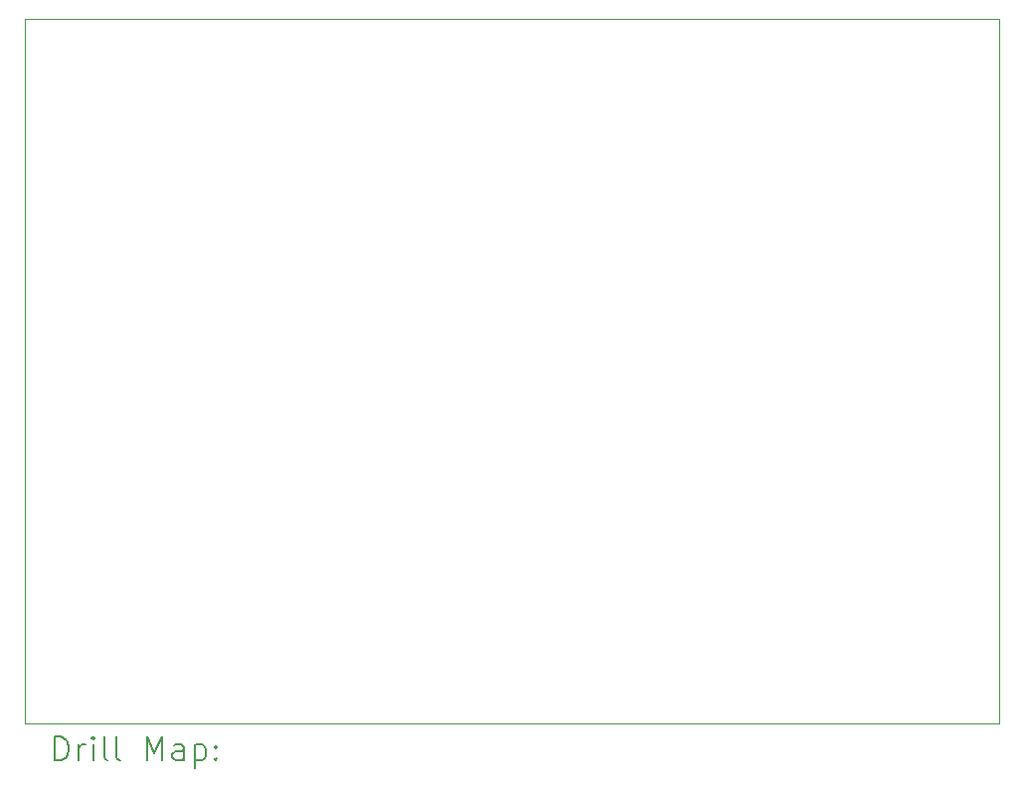
<source format=gbr>
%TF.GenerationSoftware,KiCad,Pcbnew,7.0.9*%
%TF.CreationDate,2023-11-29T22:58:18+01:00*%
%TF.ProjectId,vfo-do,76666f2d-646f-42e6-9b69-6361645f7063,rev?*%
%TF.SameCoordinates,Original*%
%TF.FileFunction,Drillmap*%
%TF.FilePolarity,Positive*%
%FSLAX45Y45*%
G04 Gerber Fmt 4.5, Leading zero omitted, Abs format (unit mm)*
G04 Created by KiCad (PCBNEW 7.0.9) date 2023-11-29 22:58:18*
%MOMM*%
%LPD*%
G01*
G04 APERTURE LIST*
%ADD10C,0.100000*%
%ADD11C,0.200000*%
G04 APERTURE END LIST*
D10*
X8300000Y-5600000D02*
X16600000Y-5600000D01*
X16600000Y-11600000D01*
X8300000Y-11600000D01*
X8300000Y-5600000D01*
D11*
X8555777Y-11916484D02*
X8555777Y-11716484D01*
X8555777Y-11716484D02*
X8603396Y-11716484D01*
X8603396Y-11716484D02*
X8631967Y-11726008D01*
X8631967Y-11726008D02*
X8651015Y-11745055D01*
X8651015Y-11745055D02*
X8660539Y-11764103D01*
X8660539Y-11764103D02*
X8670063Y-11802198D01*
X8670063Y-11802198D02*
X8670063Y-11830769D01*
X8670063Y-11830769D02*
X8660539Y-11868865D01*
X8660539Y-11868865D02*
X8651015Y-11887912D01*
X8651015Y-11887912D02*
X8631967Y-11906960D01*
X8631967Y-11906960D02*
X8603396Y-11916484D01*
X8603396Y-11916484D02*
X8555777Y-11916484D01*
X8755777Y-11916484D02*
X8755777Y-11783150D01*
X8755777Y-11821246D02*
X8765301Y-11802198D01*
X8765301Y-11802198D02*
X8774824Y-11792674D01*
X8774824Y-11792674D02*
X8793872Y-11783150D01*
X8793872Y-11783150D02*
X8812920Y-11783150D01*
X8879586Y-11916484D02*
X8879586Y-11783150D01*
X8879586Y-11716484D02*
X8870063Y-11726008D01*
X8870063Y-11726008D02*
X8879586Y-11735531D01*
X8879586Y-11735531D02*
X8889110Y-11726008D01*
X8889110Y-11726008D02*
X8879586Y-11716484D01*
X8879586Y-11716484D02*
X8879586Y-11735531D01*
X9003396Y-11916484D02*
X8984348Y-11906960D01*
X8984348Y-11906960D02*
X8974824Y-11887912D01*
X8974824Y-11887912D02*
X8974824Y-11716484D01*
X9108158Y-11916484D02*
X9089110Y-11906960D01*
X9089110Y-11906960D02*
X9079586Y-11887912D01*
X9079586Y-11887912D02*
X9079586Y-11716484D01*
X9336729Y-11916484D02*
X9336729Y-11716484D01*
X9336729Y-11716484D02*
X9403396Y-11859341D01*
X9403396Y-11859341D02*
X9470063Y-11716484D01*
X9470063Y-11716484D02*
X9470063Y-11916484D01*
X9651015Y-11916484D02*
X9651015Y-11811722D01*
X9651015Y-11811722D02*
X9641491Y-11792674D01*
X9641491Y-11792674D02*
X9622444Y-11783150D01*
X9622444Y-11783150D02*
X9584348Y-11783150D01*
X9584348Y-11783150D02*
X9565301Y-11792674D01*
X9651015Y-11906960D02*
X9631967Y-11916484D01*
X9631967Y-11916484D02*
X9584348Y-11916484D01*
X9584348Y-11916484D02*
X9565301Y-11906960D01*
X9565301Y-11906960D02*
X9555777Y-11887912D01*
X9555777Y-11887912D02*
X9555777Y-11868865D01*
X9555777Y-11868865D02*
X9565301Y-11849817D01*
X9565301Y-11849817D02*
X9584348Y-11840293D01*
X9584348Y-11840293D02*
X9631967Y-11840293D01*
X9631967Y-11840293D02*
X9651015Y-11830769D01*
X9746253Y-11783150D02*
X9746253Y-11983150D01*
X9746253Y-11792674D02*
X9765301Y-11783150D01*
X9765301Y-11783150D02*
X9803396Y-11783150D01*
X9803396Y-11783150D02*
X9822444Y-11792674D01*
X9822444Y-11792674D02*
X9831967Y-11802198D01*
X9831967Y-11802198D02*
X9841491Y-11821246D01*
X9841491Y-11821246D02*
X9841491Y-11878388D01*
X9841491Y-11878388D02*
X9831967Y-11897436D01*
X9831967Y-11897436D02*
X9822444Y-11906960D01*
X9822444Y-11906960D02*
X9803396Y-11916484D01*
X9803396Y-11916484D02*
X9765301Y-11916484D01*
X9765301Y-11916484D02*
X9746253Y-11906960D01*
X9927205Y-11897436D02*
X9936729Y-11906960D01*
X9936729Y-11906960D02*
X9927205Y-11916484D01*
X9927205Y-11916484D02*
X9917682Y-11906960D01*
X9917682Y-11906960D02*
X9927205Y-11897436D01*
X9927205Y-11897436D02*
X9927205Y-11916484D01*
X9927205Y-11792674D02*
X9936729Y-11802198D01*
X9936729Y-11802198D02*
X9927205Y-11811722D01*
X9927205Y-11811722D02*
X9917682Y-11802198D01*
X9917682Y-11802198D02*
X9927205Y-11792674D01*
X9927205Y-11792674D02*
X9927205Y-11811722D01*
M02*

</source>
